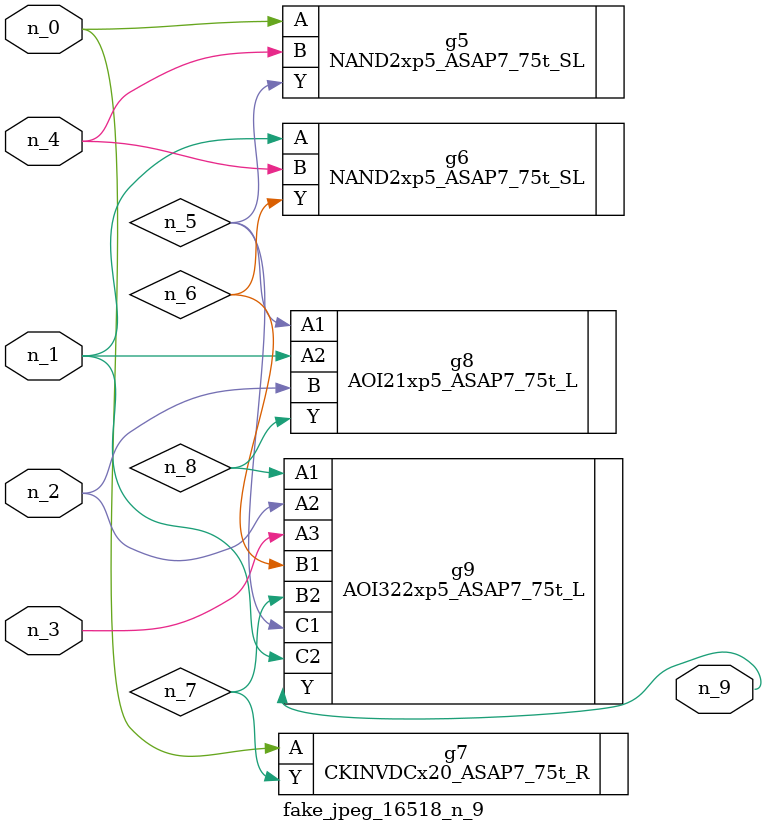
<source format=v>
module fake_jpeg_16518_n_9 (n_3, n_2, n_1, n_0, n_4, n_9);

input n_3;
input n_2;
input n_1;
input n_0;
input n_4;

output n_9;

wire n_8;
wire n_6;
wire n_5;
wire n_7;

NAND2xp5_ASAP7_75t_SL g5 ( 
.A(n_0),
.B(n_4),
.Y(n_5)
);

NAND2xp5_ASAP7_75t_SL g6 ( 
.A(n_1),
.B(n_4),
.Y(n_6)
);

CKINVDCx20_ASAP7_75t_R g7 ( 
.A(n_0),
.Y(n_7)
);

AOI21xp5_ASAP7_75t_L g8 ( 
.A1(n_5),
.A2(n_1),
.B(n_2),
.Y(n_8)
);

AOI322xp5_ASAP7_75t_L g9 ( 
.A1(n_8),
.A2(n_2),
.A3(n_3),
.B1(n_6),
.B2(n_7),
.C1(n_5),
.C2(n_1),
.Y(n_9)
);


endmodule
</source>
